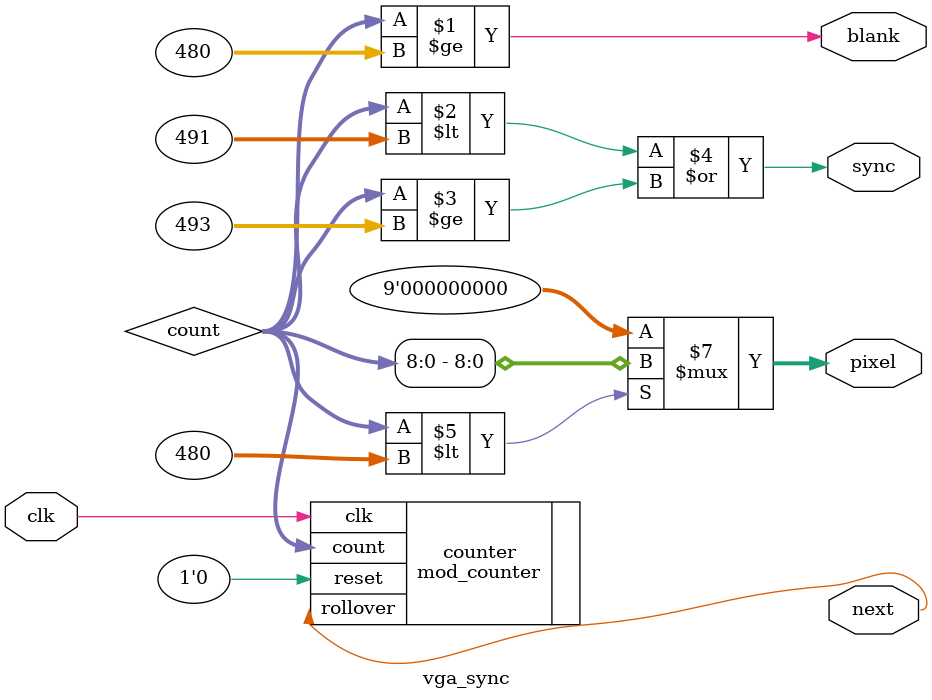
<source format=v>
`timescale 1ns / 1ps
module vga_sync(
    input clk,
    output [$clog2(VISIBLE)-1:0] pixel,
    output blank,
    output sync,
    output next
    );

  /* example parameters for 640x480@60Hz vsync. find more at http://www-mtl.mit.edu/Courses/6.111/labkit/vga.shtml */
  parameter VISIBLE     = 480;
  parameter FRONT_PORCH = 11;
  parameter SYNC_PULSE  = 2;
  parameter BACK_PORCH  = 31;
  localparam SYNC_ON = VISIBLE + FRONT_PORCH;
  localparam SYNC_OFF = SYNC_ON + SYNC_PULSE;
  localparam TOTAL = VISIBLE + FRONT_PORCH + SYNC_PULSE + BACK_PORCH;
  
  wire [$clog2(TOTAL)-1:0] count;
  mod_counter #(.MAX(TOTAL-1)) counter(.clk(clk), .reset(1'b0), .count(count), .rollover(next));
  
  assign blank = count >= VISIBLE;
  assign sync = count < SYNC_ON | count >= SYNC_OFF;
  assign pixel = count < VISIBLE ? count[$clog2(VISIBLE)-1:0] : 1'b0;
endmodule

</source>
